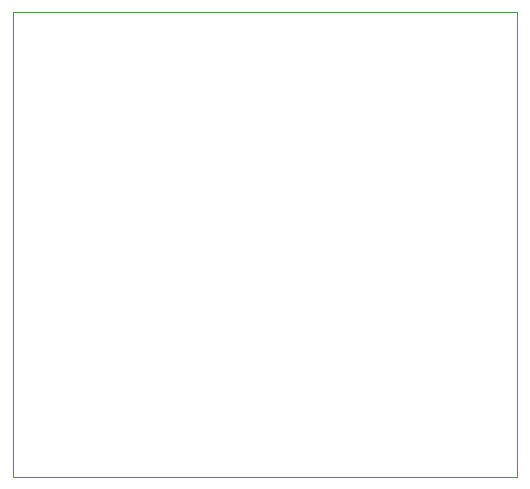
<source format=gbr>
%TF.GenerationSoftware,KiCad,Pcbnew,(6.0.0-0)*%
%TF.CreationDate,2022-01-18T20:41:08-05:00*%
%TF.ProjectId,Flags Register,466c6167-7320-4526-9567-69737465722e,rev?*%
%TF.SameCoordinates,Original*%
%TF.FileFunction,Profile,NP*%
%FSLAX46Y46*%
G04 Gerber Fmt 4.6, Leading zero omitted, Abs format (unit mm)*
G04 Created by KiCad (PCBNEW (6.0.0-0)) date 2022-01-18 20:41:08*
%MOMM*%
%LPD*%
G01*
G04 APERTURE LIST*
%TA.AperFunction,Profile*%
%ADD10C,0.050000*%
%TD*%
G04 APERTURE END LIST*
D10*
X48006000Y-121920000D02*
X48006000Y-121412000D01*
X49276000Y-121920000D02*
X48006000Y-121920000D01*
X90678000Y-82550000D02*
X90678000Y-89916000D01*
X68580000Y-82550000D02*
X48006000Y-82550000D01*
X48006000Y-82550000D02*
X48006000Y-89408000D01*
X90678000Y-121920000D02*
X89154000Y-121920000D01*
X90678000Y-89916000D02*
X90678000Y-121920000D01*
X68580000Y-82550000D02*
X90678000Y-82550000D01*
X49276000Y-121920000D02*
X89154000Y-121920000D01*
X48006000Y-89408000D02*
X48006000Y-121412000D01*
M02*

</source>
